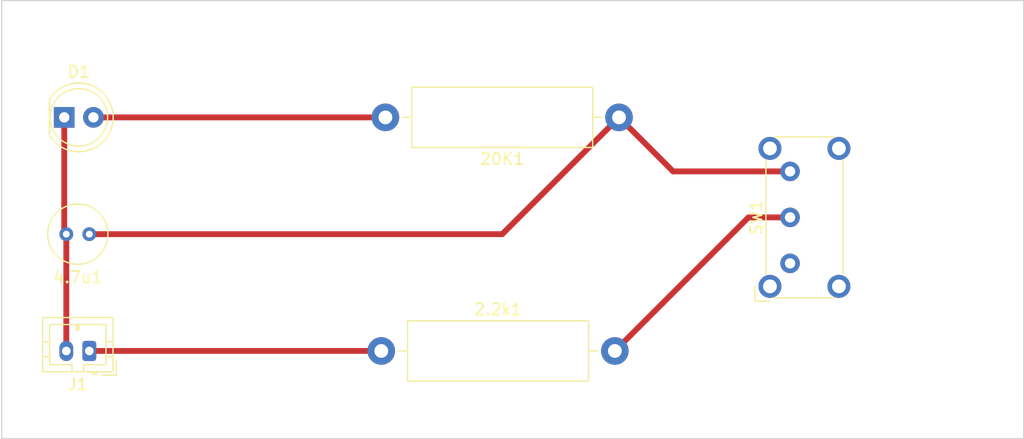
<source format=kicad_pcb>
(kicad_pcb (version 20211014) (generator pcbnew)
  (layers (0 "F.Cu" signal) (31 "B.Cu" signal) (34 "B.Paste" user) (35 "F.Paste" user) (36 "B.SilkS" user "B.Silkscreen") (37 "F.SilkS" user "F.Silkscreen") (38 "B.Mask" user) (39 "F.Mask" user) (44 "Edge.Cuts" user))
  (net 0 "")
  (net 1 "Net-(2.2k1-Pad1)")
  (net 2 "Net-(2.2k1-Pad2)")
  (net 3 "Net-(20K1-Pad1)")
  (net 4 "Net-(4.7u1-Pad2)")
  (net 5 "Net-(20K1-Pad2)")
  (footprint "Capacitor_THT:C_Radial_D5.0mm_H5.0mm_P2.00mm" (layer "F.Cu") (at 104.14 83.82 180)
    (fp_text reference "4.7u1" (at 1 -3.75) (layer "F.SilkS"))
    (fp_text value "C_Polarized")
    (fp_circle (center 1 0) (end 3.62 0) (layer "F.SilkS") (width 0.12) (fill none))
    (pad "1" thru_hole circle (at 0 0 180) (size 1.2 1.2) (drill 0.6) (layers *.Cu *.Mask) (net 3 "Net-(20K1-Pad1)"))
    (pad "2" thru_hole circle (at 2 0 180) (size 1.2 1.2) (drill 0.6) (layers *.Cu *.Mask) (net 4 "Net-(4.7u1-Pad2)"))
  )
  (footprint "LED_THT:LED_D5.0mm" (layer "F.Cu") (at 101.96 73.66)
    (fp_text reference "D1" (at 1.27 -3.96) (layer "F.SilkS"))
    (fp_text value "LED")
    (fp_line (start -1.29 -1.545) (end -1.29 1.545) (layer "F.SilkS") (width 0.12))
    (fp_arc (start 4.26 -0.000462) (mid 2.072002 2.880433) (end -1.29 1.54483) (layer "F.SilkS") (width 0.12))
    (fp_arc (start -1.29 -1.54483) (mid 2.072002 -2.880433) (end 4.26 0.000462) (layer "F.SilkS") (width 0.12))
    (fp_circle (center 1.27 0) (end 3.77 0) (layer "F.SilkS") (width 0.12) (fill none))
    (pad "1" thru_hole rect (at 0 0) (size 1.8 1.8) (drill 0.9) (layers *.Cu *.Mask) (net 4 "Net-(4.7u1-Pad2)"))
    (pad "2" thru_hole circle (at 2.54 0) (size 1.8 1.8) (drill 0.9) (layers *.Cu *.Mask) (net 5 "Net-(20K1-Pad2)"))
  )
  (footprint "Button_Switch_THT:SW_E-Switch_EG1224_SPDT_Angled" (layer "F.Cu") (at 165.1 86.36 90)
    (fp_text reference "SW1" (at 4 -2.95 90) (layer "F.SilkS"))
    (fp_text value "SW_SPDT")
    (fp_line (start -3.3 -3.05) (end -2 -3.05) (layer "F.SilkS") (width 0.12))
    (fp_line (start 11 -1.35) (end 11 3.85) (layer "F.SilkS") (width 0.12))
    (fp_line (start -3.3 -1.75) (end -3.3 -3.05) (layer "F.SilkS") (width 0.12))
    (fp_line (start -0.95 -2.1) (end 8.95 -2.1) (layer "F.SilkS") (width 0.12))
    (fp_line (start -3 3.85) (end -3 -1.35) (layer "F.SilkS") (width 0.12))
    (fp_line (start 8.95 4.6) (end -0.95 4.6) (layer "F.SilkS") (width 0.12))
    (pad "" thru_hole circle (at -2 4.25 90) (size 2 2) (drill 1.2) (layers *.Cu *.Mask))
    (pad "" thru_hole circle (at 10 4.25 90) (size 2 2) (drill 1.2) (layers *.Cu *.Mask))
    (pad "" thru_hole circle (at -2 -1.75 90) (size 2 2) (drill 1.2) (layers *.Cu *.Mask))
    (pad "" thru_hole circle (at 10 -1.75 90) (size 2 2) (drill 1.2) (layers *.Cu *.Mask))
    (pad "1" thru_hole circle (at 0 0 90) (size 1.7 1.7) (drill 0.9) (layers *.Cu *.Mask))
    (pad "2" thru_hole circle (at 4 0 90) (size 1.7 1.7) (drill 0.9) (layers *.Cu *.Mask) (net 2 "Net-(2.2k1-Pad2)"))
    (pad "3" thru_hole circle (at 8 0 90) (size 1.7 1.7) (drill 0.9) (layers *.Cu *.Mask) (net 3 "Net-(20K1-Pad1)"))
  )
  (footprint "Connector_JST:JST_PH_B2B-PH-K_1x02_P2.00mm_Vertical" (layer "F.Cu") (at 104.14 93.98 180)
    (fp_text reference "J1" (at 1 -2.9) (layer "F.SilkS"))
    (fp_text value "Conn_01x02_Male")
    (fp_line (start 0.9 1.8) (end 1.1 1.8) (layer "F.SilkS") (width 0.12))
    (fp_line (start 1.1 1.8) (end 1.1 2.3) (layer "F.SilkS") (width 0.12))
    (fp_line (start 0.5 -1.2) (end -1.45 -1.2) (layer "F.SilkS") (width 0.12))
    (fp_line (start -0.3 -2.01) (end -0.6 -2.01) (layer "F.SilkS") (width 0.12))
    (fp_line (start 0.9 2.3) (end 0.9 1.8) (layer "F.SilkS") (width 0.12))
    (fp_line (start 1.5 -1.2) (end 1.5 -1.81) (layer "F.SilkS") (width 0.12))
    (fp_line (start -0.6 -2.01) (end -0.6 -1.81) (layer "F.SilkS") (width 0.12))
    (fp_line (start -1.45 2.3) (end 3.45 2.3) (layer "F.SilkS") (width 0.12))
    (fp_line (start 4.06 0.8) (end 3.45 0.8) (layer "F.SilkS") (width 0.12))
    (fp_line (start -2.06 2.91) (end 4.06 2.91) (layer "F.SilkS") (width 0.12))
    (fp_line (start -0.3 -1.91) (end -0.6 -1.91) (layer "F.SilkS") (width 0.12))
    (fp_line (start -1.45 -1.2) (end -1.45 2.3) (layer "F.SilkS") (width 0.12))
    (fp_line (start 3.45 2.3) (end 3.45 -1.2) (layer "F.SilkS") (width 0.12))
    (fp_line (start -2.06 0.8) (end -1.45 0.8) (layer "F.SilkS") (width 0.12))
    (fp_line (start -2.06 -0.5) (end -1.45 -0.5) (layer "F.SilkS") (width 0.12))
    (fp_line (start 1 2.3) (end 1 1.8) (layer "F.SilkS") (width 0.12))
    (fp_line (start 3.45 -1.2) (end 1.5 -1.2) (layer "F.SilkS") (width 0.12))
    (fp_line (start 0.5 -1.81) (end 0.5 -1.2) (layer "F.SilkS") (width 0.12))
    (fp_line (start 4.06 2.91) (end 4.06 -1.81) (layer "F.SilkS") (width 0.12))
    (fp_line (start 4.06 -0.5) (end 3.45 -0.5) (layer "F.SilkS") (width 0.12))
    (fp_line (start -1.11 -2.11) (end -2.36 -2.11) (layer "F.SilkS") (width 0.12))
    (fp_line (start -0.3 -1.81) (end -0.3 -2.01) (layer "F.SilkS") (width 0.12))
    (fp_line (start -2.36 -2.11) (end -2.36 -0.86) (layer "F.SilkS") (width 0.12))
    (fp_line (start 4.06 -1.81) (end -2.06 -1.81) (layer "F.SilkS") (width 0.12))
    (fp_line (start -2.06 -1.81) (end -2.06 2.91) (layer "F.SilkS") (width 0.12))
    (pad "1" thru_hole roundrect (at 0 0 180) (size 1.2 1.75) (drill 0.75) (layers *.Cu *.Mask) (roundrect_rratio 0.2083333333) (net 1 "Net-(2.2k1-Pad1)"))
    (pad "2" thru_hole oval (at 2 0 180) (size 1.2 1.75) (drill 0.75) (layers *.Cu *.Mask) (net 4 "Net-(4.7u1-Pad2)"))
  )
  (footprint "Resistor_THT:R_Axial_DIN0516_L15.5mm_D5.0mm_P20.32mm_Horizontal" (layer "F.Cu") (at 129.54 93.98)
    (fp_text reference "2.2k1" (at 10.16 -3.62) (layer "F.SilkS"))
    (fp_text value "R2")
    (fp_line (start 18.03 -2.62) (end 2.29 -2.62) (layer "F.SilkS") (width 0.12))
    (fp_line (start 1.44 0) (end 2.29 0) (layer "F.SilkS") (width 0.12))
    (fp_line (start 2.29 2.62) (end 18.03 2.62) (layer "F.SilkS") (width 0.12))
    (fp_line (start 18.03 2.62) (end 18.03 -2.62) (layer "F.SilkS") (width 0.12))
    (fp_line (start 18.88 0) (end 18.03 0) (layer "F.SilkS") (width 0.12))
    (fp_line (start 2.29 -2.62) (end 2.29 2.62) (layer "F.SilkS") (width 0.12))
    (pad "1" thru_hole circle (at 0 0) (size 2.4 2.4) (drill 1.2) (layers *.Cu *.Mask) (net 1 "Net-(2.2k1-Pad1)"))
    (pad "2" thru_hole oval (at 20.32 0) (size 2.4 2.4) (drill 1.2) (layers *.Cu *.Mask) (net 2 "Net-(2.2k1-Pad2)"))
  )
  (footprint "Resistor_THT:R_Axial_DIN0516_L15.5mm_D5.0mm_P20.32mm_Horizontal" (layer "F.Cu") (at 150.22 73.66 180)
    (fp_text reference "20K1" (at 10.16 -3.62) (layer "F.SilkS"))
    (fp_text value "R1")
    (fp_line (start 1.44 0) (end 2.29 0) (layer "F.SilkS") (width 0.12))
    (fp_line (start 18.03 -2.62) (end 2.29 -2.62) (layer "F.SilkS") (width 0.12))
    (fp_line (start 2.29 -2.62) (end 2.29 2.62) (layer "F.SilkS") (width 0.12))
    (fp_line (start 2.29 2.62) (end 18.03 2.62) (layer "F.SilkS") (width 0.12))
    (fp_line (start 18.88 0) (end 18.03 0) (layer "F.SilkS") (width 0.12))
    (fp_line (start 18.03 2.62) (end 18.03 -2.62) (layer "F.SilkS") (width 0.12))
    (pad "1" thru_hole circle (at 0 0 180) (size 2.4 2.4) (drill 1.2) (layers *.Cu *.Mask) (net 3 "Net-(20K1-Pad1)"))
    (pad "2" thru_hole oval (at 20.32 0 180) (size 2.4 2.4) (drill 1.2) (layers *.Cu *.Mask) (net 5 "Net-(20K1-Pad2)"))
  )
  (gr_rect (start 185.42 101.6) (end 96.52 63.5) (layer "Edge.Cuts") (width 0.1) (fill none))
  (segment (start 104.14 93.98) (end 129.54 93.98) (width 0.508) (layer "F.Cu") (net 1))
  (segment (start 165.1 82.36) (end 161.48 82.36) (width 0.508) (layer "F.Cu") (net 2))
  (segment (start 149.86 93.98) (end 161.48 82.36) (width 0.508) (layer "F.Cu") (net 2))
  (segment (start 154.92 78.36) (end 165.1 78.36) (width 0.508) (layer "F.Cu") (net 3))
  (segment (start 140.06 83.82) (end 150.22 73.66) (width 0.508) (layer "F.Cu") (net 3))
  (segment (start 150.22 73.66) (end 154.92 78.36) (width 0.508) (layer "F.Cu") (net 3))
  (segment (start 104.14 83.82) (end 140.06 83.82) (width 0.508) (layer "F.Cu") (net 3))
  (segment (start 101.96 83.64) (end 102.14 83.82) (width 0.508) (layer "F.Cu") (net 4))
  (segment (start 102.14 93.98) (end 102.14 83.82) (width 0.508) (layer "F.Cu") (net 4))
  (segment (start 101.96 73.66) (end 101.96 83.64) (width 0.508) (layer "F.Cu") (net 4))
  (segment (start 104.5 73.66) (end 129.9 73.66) (width 0.508) (layer "F.Cu") (net 5))
)
</source>
